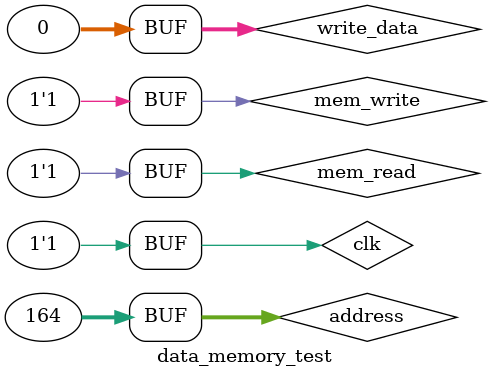
<source format=v>
`timescale 1ns / 1ps

module data_memory_test;

	// Inputs
	reg clk;
	reg [31:0] address;
	reg [31:0] write_data;
	reg mem_read;
	reg mem_write;

	// Outputs
	wire [31:0] read_data;

	// Instantiate the Unit Under Test (UUT)
	data_memory uut (
		.clk(clk), 
		.address(address), 
		.write_data(write_data), 
		.mem_read(mem_read), 
		.mem_write(mem_write), 
		.read_data(read_data)
	);

	initial begin
		clk = 0;
		address = 32'h000000A4;
		write_data = 32'h00000000;
		mem_read = 1'b1;
		mem_write = 1'b1;
		#100;
		clk = 1;
		
	end
      
endmodule


</source>
